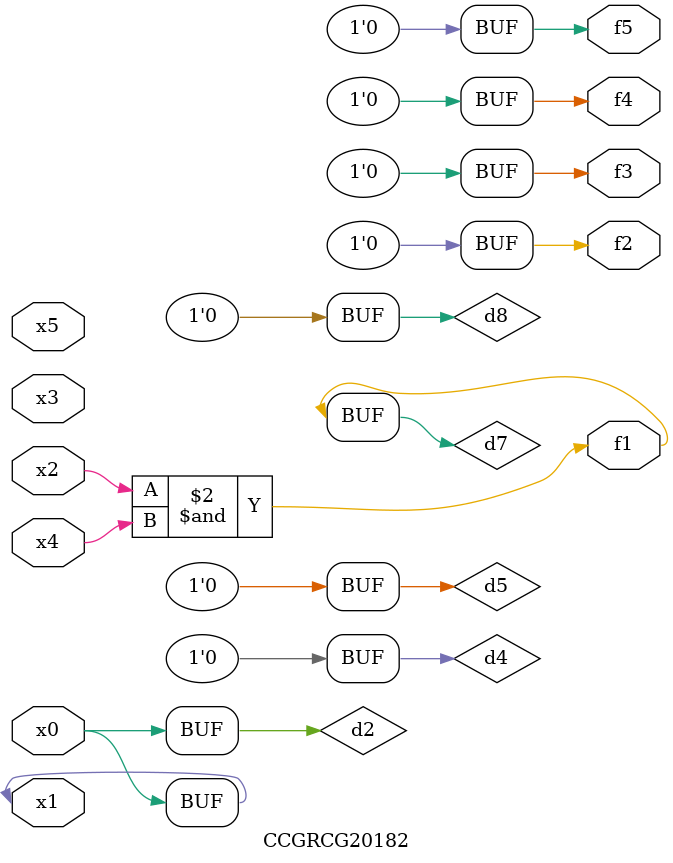
<source format=v>
module CCGRCG20182(
	input x0, x1, x2, x3, x4, x5,
	output f1, f2, f3, f4, f5
);

	wire d1, d2, d3, d4, d5, d6, d7, d8, d9;

	nand (d1, x1);
	buf (d2, x0, x1);
	nand (d3, x2, x4);
	and (d4, d1, d2);
	and (d5, d1, d2);
	nand (d6, d1, d3);
	not (d7, d3);
	xor (d8, d5);
	nor (d9, d5, d6);
	assign f1 = d7;
	assign f2 = d8;
	assign f3 = d8;
	assign f4 = d8;
	assign f5 = d8;
endmodule

</source>
